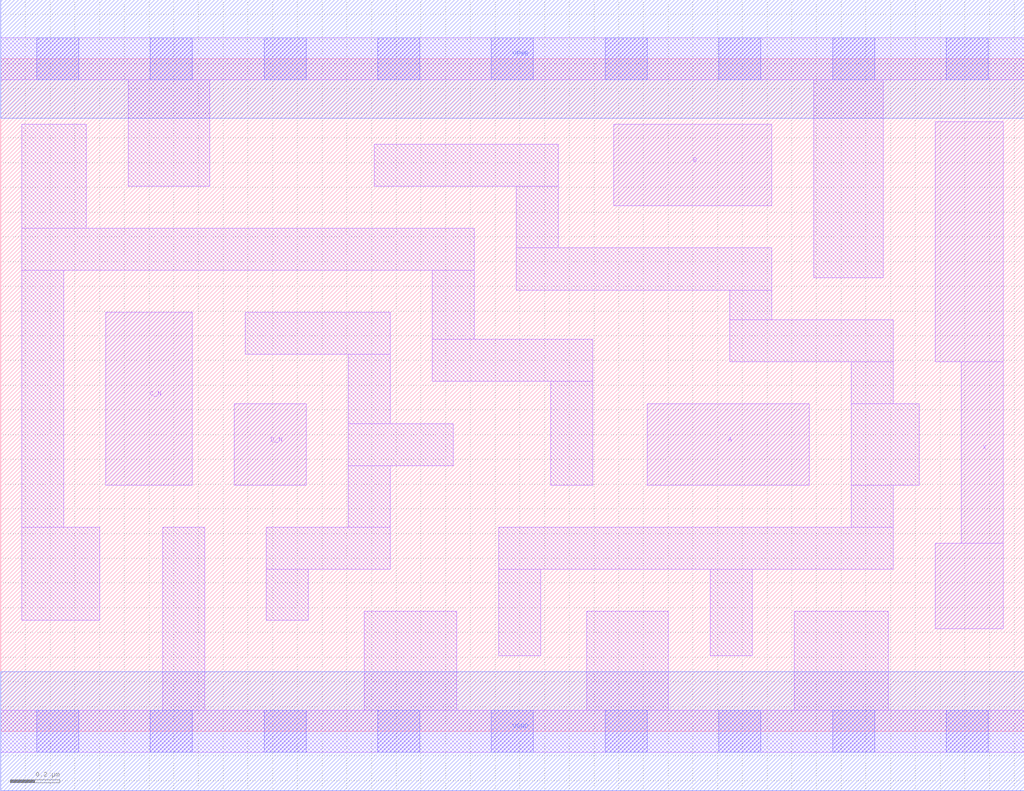
<source format=lef>
# Copyright 2020 The SkyWater PDK Authors
#
# Licensed under the Apache License, Version 2.0 (the "License");
# you may not use this file except in compliance with the License.
# You may obtain a copy of the License at
#
#     https://www.apache.org/licenses/LICENSE-2.0
#
# Unless required by applicable law or agreed to in writing, software
# distributed under the License is distributed on an "AS IS" BASIS,
# WITHOUT WARRANTIES OR CONDITIONS OF ANY KIND, either express or implied.
# See the License for the specific language governing permissions and
# limitations under the License.
#
# SPDX-License-Identifier: Apache-2.0

VERSION 5.7 ;
  NAMESCASESENSITIVE ON ;
  NOWIREEXTENSIONATPIN ON ;
  DIVIDERCHAR "/" ;
  BUSBITCHARS "[]" ;
UNITS
  DATABASE MICRONS 200 ;
END UNITS
MACRO sky130_fd_sc_hd__or4bb_1
  CLASS CORE ;
  SOURCE USER ;
  FOREIGN sky130_fd_sc_hd__or4bb_1 ;
  ORIGIN  0.000000  0.000000 ;
  SIZE  4.140000 BY  2.720000 ;
  SYMMETRY X Y R90 ;
  SITE unithd ;
  PIN A
    ANTENNAGATEAREA  0.126000 ;
    DIRECTION INPUT ;
    USE SIGNAL ;
    PORT
      LAYER li1 ;
        RECT 2.615000 0.995000 3.270000 1.325000 ;
    END
  END A
  PIN B
    ANTENNAGATEAREA  0.126000 ;
    DIRECTION INPUT ;
    USE SIGNAL ;
    PORT
      LAYER li1 ;
        RECT 2.480000 2.125000 3.120000 2.455000 ;
    END
  END B
  PIN C_N
    ANTENNAGATEAREA  0.126000 ;
    DIRECTION INPUT ;
    USE SIGNAL ;
    PORT
      LAYER li1 ;
        RECT 0.425000 0.995000 0.775000 1.695000 ;
    END
  END C_N
  PIN D_N
    ANTENNAGATEAREA  0.126000 ;
    DIRECTION INPUT ;
    USE SIGNAL ;
    PORT
      LAYER li1 ;
        RECT 0.945000 0.995000 1.235000 1.325000 ;
    END
  END D_N
  PIN X
    ANTENNADIFFAREA  0.453750 ;
    DIRECTION OUTPUT ;
    USE SIGNAL ;
    PORT
      LAYER li1 ;
        RECT 3.780000 0.415000 4.055000 0.760000 ;
        RECT 3.780000 1.495000 4.055000 2.465000 ;
        RECT 3.885000 0.760000 4.055000 1.495000 ;
    END
  END X
  PIN VGND
    DIRECTION INOUT ;
    SHAPE ABUTMENT ;
    USE GROUND ;
    PORT
      LAYER met1 ;
        RECT 0.000000 -0.240000 4.140000 0.240000 ;
    END
  END VGND
  PIN VPWR
    DIRECTION INOUT ;
    SHAPE ABUTMENT ;
    USE POWER ;
    PORT
      LAYER met1 ;
        RECT 0.000000 2.480000 4.140000 2.960000 ;
    END
  END VPWR
  OBS
    LAYER li1 ;
      RECT 0.000000 -0.085000 4.140000 0.085000 ;
      RECT 0.000000  2.635000 4.140000 2.805000 ;
      RECT 0.085000  0.450000 0.400000 0.825000 ;
      RECT 0.085000  0.825000 0.255000 1.865000 ;
      RECT 0.085000  1.865000 1.915000 2.035000 ;
      RECT 0.085000  2.035000 0.345000 2.455000 ;
      RECT 0.515000  2.205000 0.845000 2.635000 ;
      RECT 0.655000  0.085000 0.825000 0.825000 ;
      RECT 0.990000  1.525000 1.575000 1.695000 ;
      RECT 1.075000  0.450000 1.245000 0.655000 ;
      RECT 1.075000  0.655000 1.575000 0.825000 ;
      RECT 1.405000  0.825000 1.575000 1.075000 ;
      RECT 1.405000  1.075000 1.830000 1.245000 ;
      RECT 1.405000  1.245000 1.575000 1.525000 ;
      RECT 1.470000  0.085000 1.845000 0.485000 ;
      RECT 1.510000  2.205000 2.255000 2.375000 ;
      RECT 1.745000  1.415000 2.395000 1.585000 ;
      RECT 1.745000  1.585000 1.915000 1.865000 ;
      RECT 2.015000  0.305000 2.185000 0.655000 ;
      RECT 2.015000  0.655000 3.610000 0.825000 ;
      RECT 2.085000  1.785000 3.120000 1.955000 ;
      RECT 2.085000  1.955000 2.255000 2.205000 ;
      RECT 2.225000  0.995000 2.395000 1.415000 ;
      RECT 2.370000  0.085000 2.700000 0.485000 ;
      RECT 2.870000  0.305000 3.040000 0.655000 ;
      RECT 2.950000  1.495000 3.610000 1.665000 ;
      RECT 2.950000  1.665000 3.120000 1.785000 ;
      RECT 3.210000  0.085000 3.590000 0.485000 ;
      RECT 3.290000  1.835000 3.570000 2.635000 ;
      RECT 3.440000  0.825000 3.610000 0.995000 ;
      RECT 3.440000  0.995000 3.715000 1.325000 ;
      RECT 3.440000  1.325000 3.610000 1.495000 ;
    LAYER mcon ;
      RECT 0.145000 -0.085000 0.315000 0.085000 ;
      RECT 0.145000  2.635000 0.315000 2.805000 ;
      RECT 0.605000 -0.085000 0.775000 0.085000 ;
      RECT 0.605000  2.635000 0.775000 2.805000 ;
      RECT 1.065000 -0.085000 1.235000 0.085000 ;
      RECT 1.065000  2.635000 1.235000 2.805000 ;
      RECT 1.525000 -0.085000 1.695000 0.085000 ;
      RECT 1.525000  2.635000 1.695000 2.805000 ;
      RECT 1.985000 -0.085000 2.155000 0.085000 ;
      RECT 1.985000  2.635000 2.155000 2.805000 ;
      RECT 2.445000 -0.085000 2.615000 0.085000 ;
      RECT 2.445000  2.635000 2.615000 2.805000 ;
      RECT 2.905000 -0.085000 3.075000 0.085000 ;
      RECT 2.905000  2.635000 3.075000 2.805000 ;
      RECT 3.365000 -0.085000 3.535000 0.085000 ;
      RECT 3.365000  2.635000 3.535000 2.805000 ;
      RECT 3.825000 -0.085000 3.995000 0.085000 ;
      RECT 3.825000  2.635000 3.995000 2.805000 ;
  END
END sky130_fd_sc_hd__or4bb_1
END LIBRARY

</source>
